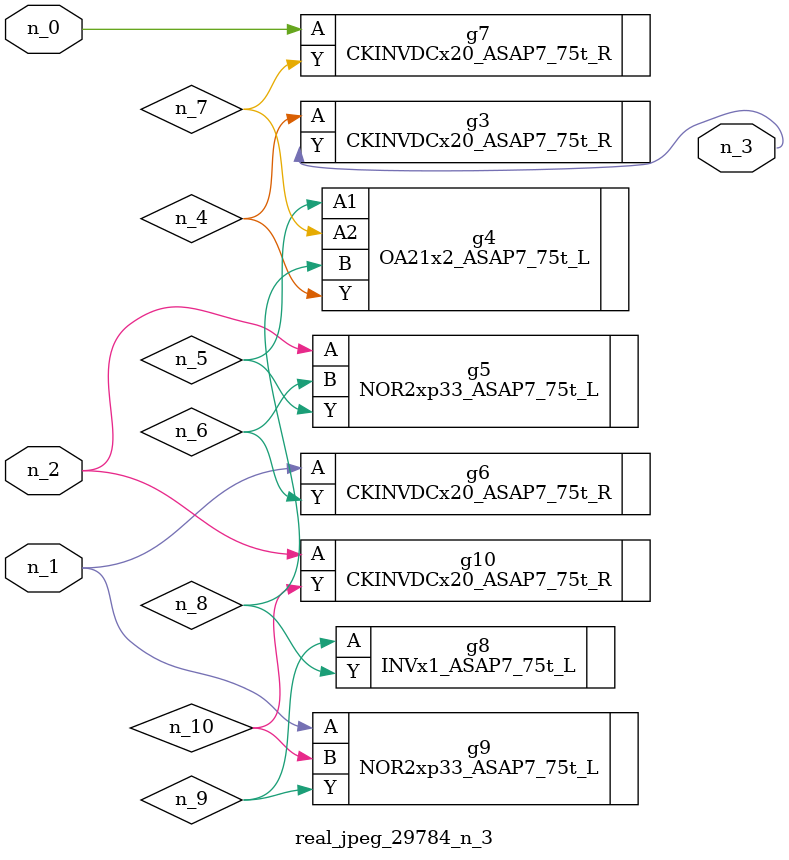
<source format=v>
module real_jpeg_29784_n_3 (n_1, n_0, n_2, n_3);

input n_1;
input n_0;
input n_2;

output n_3;

wire n_5;
wire n_4;
wire n_8;
wire n_6;
wire n_7;
wire n_10;
wire n_9;

CKINVDCx20_ASAP7_75t_R g7 ( 
.A(n_0),
.Y(n_7)
);

CKINVDCx20_ASAP7_75t_R g6 ( 
.A(n_1),
.Y(n_6)
);

NOR2xp33_ASAP7_75t_L g9 ( 
.A(n_1),
.B(n_10),
.Y(n_9)
);

NOR2xp33_ASAP7_75t_L g5 ( 
.A(n_2),
.B(n_6),
.Y(n_5)
);

CKINVDCx20_ASAP7_75t_R g10 ( 
.A(n_2),
.Y(n_10)
);

CKINVDCx20_ASAP7_75t_R g3 ( 
.A(n_4),
.Y(n_3)
);

OA21x2_ASAP7_75t_L g4 ( 
.A1(n_5),
.A2(n_7),
.B(n_8),
.Y(n_4)
);

INVx1_ASAP7_75t_L g8 ( 
.A(n_9),
.Y(n_8)
);


endmodule
</source>
